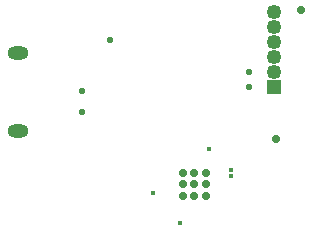
<source format=gbs>
G04*
G04 #@! TF.GenerationSoftware,Altium Limited,Altium Designer,19.0.14 (431)*
G04*
G04 Layer_Color=16711935*
%FSLAX43Y43*%
%MOMM*%
G71*
G01*
G75*
%ADD37O,1.803X1.103*%
%ADD38R,1.253X1.253*%
%ADD39C,1.253*%
%ADD40C,0.453*%
%ADD41C,0.553*%
%ADD53C,0.703*%
D37*
X1325Y8875D02*
D03*
Y15475D02*
D03*
D38*
X23000Y12585D02*
D03*
D39*
Y15125D02*
D03*
Y13855D02*
D03*
Y16395D02*
D03*
Y17665D02*
D03*
Y18935D02*
D03*
D40*
X15000Y1125D02*
D03*
X12750Y3625D02*
D03*
X19375Y5625D02*
D03*
Y5125D02*
D03*
X17500Y7375D02*
D03*
D41*
X20835Y12585D02*
D03*
X20855Y13855D02*
D03*
X9125Y16625D02*
D03*
X6750Y12250D02*
D03*
Y10500D02*
D03*
D53*
X23125Y8250D02*
D03*
X25250Y19125D02*
D03*
X15250Y3375D02*
D03*
Y4375D02*
D03*
Y5375D02*
D03*
X16250Y3375D02*
D03*
Y4375D02*
D03*
Y5375D02*
D03*
X17250Y3375D02*
D03*
Y4375D02*
D03*
Y5375D02*
D03*
M02*

</source>
